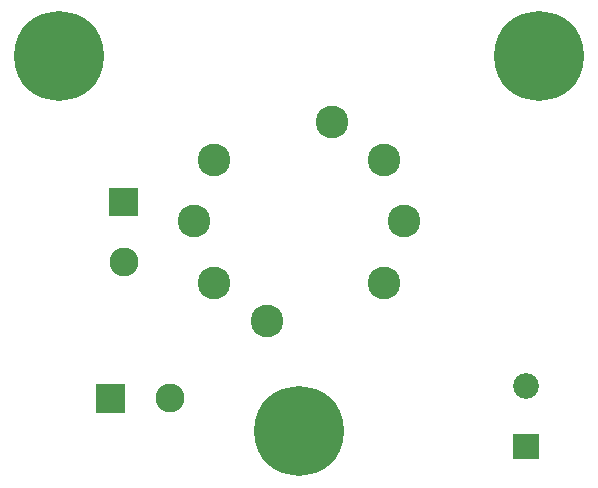
<source format=gbr>
G04 start of page 7 for group -4062 idx -4062 *
G04 Title: (unknown), soldermask *
G04 Creator: pcb 4.0.2 *
G04 CreationDate: Mon Jan 25 18:16:20 2021 UTC *
G04 For: ndholmes *
G04 Format: Gerber/RS-274X *
G04 PCB-Dimensions (mil): 2000.00 2000.00 *
G04 PCB-Coordinate-Origin: lower left *
%MOIN*%
%FSLAX25Y25*%
%LNBOTTOMMASK*%
%ADD44C,0.0860*%
%ADD43C,0.0960*%
%ADD42C,0.0001*%
%ADD41C,0.2997*%
%ADD40C,0.1090*%
G54D40*X110815Y133287D03*
G54D41*X20000Y155000D03*
G54D42*G36*
X36700Y111300D02*Y101700D01*
X46300D01*
Y111300D01*
X36700D01*
G37*
G54D43*X41500Y86500D03*
G54D40*X71684Y120573D03*
X65000Y100000D03*
G54D42*G36*
X32200Y45800D02*Y36200D01*
X41800D01*
Y45800D01*
X32200D01*
G37*
G54D43*X57000Y41000D03*
G54D41*X100000Y30000D03*
G54D40*X89185Y66713D03*
X71684Y79428D03*
G54D42*G36*
X171200Y29300D02*Y20700D01*
X179800D01*
Y29300D01*
X171200D01*
G37*
G54D44*X175500Y45000D03*
G54D41*X180000Y155000D03*
G54D40*X128316Y120572D03*
X135000Y100000D03*
X128316Y79427D03*
M02*

</source>
